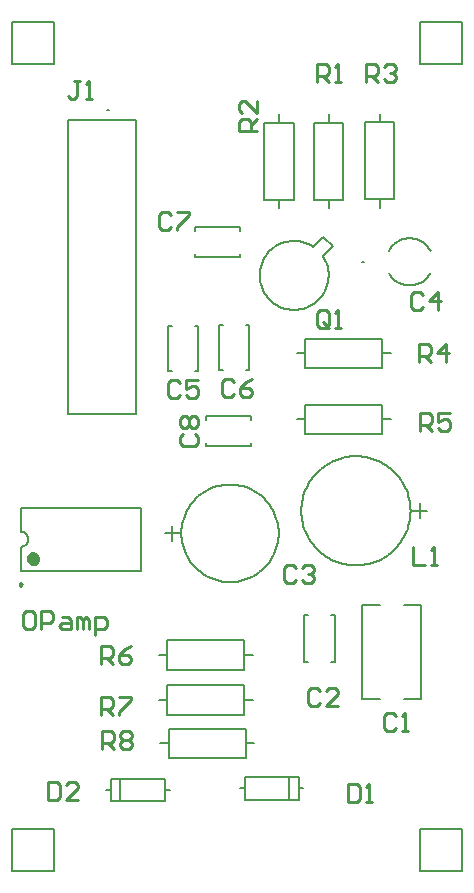
<source format=gto>
G04*
G04 #@! TF.GenerationSoftware,Altium Limited,Altium Designer,24.9.1 (31)*
G04*
G04 Layer_Color=65535*
%FSLAX44Y44*%
%MOMM*%
G71*
G04*
G04 #@! TF.SameCoordinates,615AE811-4124-4B85-86CB-A8D5F2F7F980*
G04*
G04*
G04 #@! TF.FilePolarity,Positive*
G04*
G01*
G75*
%ADD10C,0.1270*%
%ADD11C,0.2000*%
%ADD12C,0.1524*%
%ADD13C,0.2500*%
%ADD14C,0.6000*%
%ADD15C,0.2540*%
D10*
X331430Y515430D02*
X332750Y513207D01*
X334346Y511173D01*
X336191Y509362D01*
X338254Y507804D01*
X340501Y506525D01*
X342894Y505547D01*
X345394Y504886D01*
X347957Y504552D01*
X350543D01*
X353106Y504886D01*
X355606Y505547D01*
X357999Y506525D01*
X360246Y507804D01*
X362309Y509362D01*
X364154Y511173D01*
X365750Y513207D01*
X367070Y515430D01*
Y533590D02*
X365750Y535813D01*
X364154Y537847D01*
X362309Y539658D01*
X360246Y541216D01*
X357999Y542495D01*
X355606Y543473D01*
X353106Y544134D01*
X350543Y544468D01*
X347957D01*
X345394Y544134D01*
X342894Y543473D01*
X340501Y542495D01*
X338254Y541216D01*
X336191Y539658D01*
X334346Y537847D01*
X332750Y535813D01*
X331430Y533590D01*
X167640Y550810D02*
Y553720D01*
Y528320D02*
Y531230D01*
X205740Y550810D02*
Y553720D01*
Y528320D02*
Y531230D01*
X167640Y528320D02*
X205740D01*
X167640Y553720D02*
X205740D01*
X167270Y469900D02*
X170180D01*
X144780D02*
X147690D01*
X167270Y431800D02*
X170180D01*
X144780D02*
X147690D01*
X144780D02*
Y469900D01*
X170180Y431800D02*
Y469900D01*
X214630Y368300D02*
Y371210D01*
Y390790D02*
Y393700D01*
X176530Y368300D02*
Y371210D01*
Y390790D02*
Y393700D01*
X214630D01*
X176530Y368300D02*
X214630D01*
X187960Y433070D02*
X190870D01*
X210450D02*
X213360D01*
X187960Y471170D02*
X190870D01*
X210450D02*
X213360D01*
Y433070D02*
Y471170D01*
X187960Y433070D02*
Y471170D01*
X59980Y395800D02*
X117480D01*
Y644800D01*
X59980D02*
X117480D01*
X59980Y395800D02*
Y644800D01*
D11*
X310870Y524510D02*
X308870D01*
X310870D01*
X267574Y537431D02*
X265410Y538732D01*
X263143Y539841D01*
X260788Y540750D01*
X258364Y541452D01*
X255888Y541942D01*
X253379Y542217D01*
X250855Y542274D01*
X248336Y542113D01*
X245841Y541734D01*
X243387Y541142D01*
X240994Y540340D01*
X238679Y539334D01*
X236459Y538132D01*
X234352Y536743D01*
X232372Y535177D01*
X230535Y533446D01*
X228854Y531563D01*
X227343Y529542D01*
X226011Y527397D01*
X224870Y525146D01*
X223927Y522805D01*
X223190Y520391D01*
X222664Y517922D01*
X222354Y515417D01*
X222261Y512895D01*
X222386Y510374D01*
X222728Y507873D01*
X223285Y505411D01*
X224053Y503007D01*
X225025Y500677D01*
X226195Y498441D01*
X227554Y496313D01*
X229091Y494311D01*
X230795Y492450D01*
X232654Y490742D01*
X234653Y489202D01*
X236778Y487839D01*
X239013Y486666D01*
X241341Y485690D01*
X243744Y484918D01*
X246205Y484357D01*
X248705Y484010D01*
X251226Y483881D01*
X253748Y483970D01*
X256254Y484276D01*
X258723Y484798D01*
X261139Y485531D01*
X263482Y486469D01*
X265735Y487607D01*
X267881Y488935D01*
X269905Y490443D01*
X271791Y492121D01*
X273525Y493955D01*
X275094Y495932D01*
X276487Y498037D01*
X277693Y500255D01*
X278702Y502568D01*
X279508Y504960D01*
X280105Y507413D01*
X280487Y509908D01*
X280653Y512426D01*
X280600Y514950D01*
X280330Y517459D01*
X279844Y519936D01*
X279146Y522362D01*
X278241Y524718D01*
X277135Y526987D01*
X275838Y529153D01*
X94980Y652800D02*
X92980D01*
X94980D01*
X20120Y283210D02*
X22550Y283693D01*
X24610Y285070D01*
X25987Y287130D01*
X26470Y289560D01*
X25987Y291990D01*
X24610Y294050D01*
X22550Y295427D01*
X20120Y295910D01*
X358420Y24920D02*
Y44170D01*
X393420D01*
Y9170D02*
Y44170D01*
X358420Y9170D02*
X393420D01*
X358420D02*
Y27170D01*
X12980Y708180D02*
Y727430D01*
X47980D01*
Y692430D02*
Y727430D01*
X12980Y692430D02*
X47980D01*
X12980D02*
Y710430D01*
X358420Y708180D02*
Y727430D01*
X393420D01*
Y692430D02*
Y727430D01*
X358420Y692430D02*
X393420D01*
X358420D02*
Y710430D01*
X12980Y24920D02*
Y44170D01*
X47980D01*
Y9170D02*
Y44170D01*
X12980Y9170D02*
X47980D01*
X12980D02*
Y27170D01*
X142180Y77470D02*
X146180D01*
X92580D02*
X96580D01*
X104380Y68920D02*
Y86020D01*
X96580Y67920D02*
Y87020D01*
Y67920D02*
X142180D01*
Y87020D01*
X96580D02*
X142180D01*
X205610Y78740D02*
X209610D01*
X255210D02*
X259210D01*
X247410Y70190D02*
Y87290D01*
X255210Y69190D02*
Y88290D01*
X209610D02*
X255210D01*
X209610Y69190D02*
Y88290D01*
Y69190D02*
X255210D01*
X210300Y116840D02*
X217550D01*
X138050D02*
X145300D01*
Y104340D02*
Y129340D01*
Y104340D02*
X210300D01*
Y129340D01*
X145300D02*
X210300D01*
X136780Y191770D02*
X144030D01*
X209030D02*
X216280D01*
X209030Y179270D02*
Y204270D01*
X144030D02*
X209030D01*
X144030Y179270D02*
Y204270D01*
Y179270D02*
X209030D01*
Y153670D02*
X216280D01*
X136780D02*
X144030D01*
Y141170D02*
Y166170D01*
Y141170D02*
X209030D01*
Y166170D01*
X144030D02*
X209030D01*
X325870Y391160D02*
X333120D01*
X253620D02*
X260870D01*
Y378660D02*
Y403660D01*
Y378660D02*
X325870D01*
Y403660D01*
X260870D02*
X325870D01*
X280670Y642100D02*
Y649350D01*
Y569850D02*
Y577100D01*
X268170D02*
X293170D01*
Y642100D01*
X268170D02*
X293170D01*
X268170Y577100D02*
Y642100D01*
X344260Y234310D02*
X359010D01*
X309010D02*
X323760D01*
X309010Y154310D02*
Y234310D01*
X344260Y154310D02*
X359010D01*
X309010D02*
X323760D01*
X359010D02*
Y234310D01*
X282800Y225740D02*
X286050D01*
X260050D02*
X263300D01*
X260050Y185740D02*
Y225740D01*
X282800Y185740D02*
X286050D01*
X260050D02*
X263300D01*
X286050D02*
Y225740D01*
X267565Y537426D02*
X276121Y545982D01*
X284394Y537709D01*
X275838Y529153D02*
X284394Y537709D01*
X323850Y570320D02*
Y577570D01*
Y642570D02*
Y649820D01*
X311350Y642570D02*
X336350D01*
X311350Y577570D02*
Y642570D01*
Y577570D02*
X336350D01*
Y642570D01*
X20120Y263060D02*
X122120D01*
X20120Y316060D02*
X122120D01*
X20120Y263060D02*
Y283210D01*
Y295910D02*
Y316060D01*
X122120Y263060D02*
Y316060D01*
X325870Y447040D02*
X333120D01*
X253620D02*
X260870D01*
Y434540D02*
Y459540D01*
Y434540D02*
X325870D01*
Y459540D01*
X260870D02*
X325870D01*
X238760Y569850D02*
Y577100D01*
Y642100D02*
Y649350D01*
X226260Y642100D02*
X251260D01*
X226260Y577100D02*
Y642100D01*
Y577100D02*
X251260D01*
Y642100D01*
D12*
X238405Y294640D02*
X238327Y297181D01*
X238092Y299712D01*
X237702Y302224D01*
X237158Y304708D01*
X236463Y307153D01*
X235618Y309550D01*
X234627Y311891D01*
X233494Y314167D01*
X232223Y316369D01*
X230819Y318488D01*
X229287Y320516D01*
X227633Y322447D01*
X225863Y324272D01*
X223984Y325984D01*
X222004Y327578D01*
X219929Y329047D01*
X217768Y330385D01*
X215528Y331588D01*
X213218Y332650D01*
X210848Y333569D01*
X208425Y334339D01*
X205960Y334959D01*
X203461Y335426D01*
X200938Y335739D01*
X198401Y335895D01*
X195859D01*
X193322Y335739D01*
X190799Y335426D01*
X188300Y334959D01*
X185835Y334339D01*
X183412Y333569D01*
X181042Y332650D01*
X178732Y331588D01*
X176493Y330385D01*
X174331Y329047D01*
X172256Y327578D01*
X170276Y325984D01*
X168397Y324272D01*
X166627Y322447D01*
X164974Y320516D01*
X163442Y318488D01*
X162037Y316369D01*
X160766Y314167D01*
X159633Y311891D01*
X158642Y309550D01*
X157797Y307153D01*
X157102Y304708D01*
X156558Y302224D01*
X156168Y299712D01*
X155933Y297181D01*
X155855Y294640D01*
X155933Y292099D01*
X156168Y289568D01*
X156558Y287056D01*
X157102Y284572D01*
X157797Y282127D01*
X158642Y279730D01*
X159633Y277389D01*
X160766Y275113D01*
X162037Y272911D01*
X163442Y270792D01*
X164974Y268764D01*
X166628Y266833D01*
X168397Y265008D01*
X170276Y263295D01*
X172256Y261702D01*
X174331Y260233D01*
X176493Y258895D01*
X178732Y257692D01*
X181042Y256630D01*
X183412Y255711D01*
X185835Y254941D01*
X188300Y254321D01*
X190799Y253853D01*
X193322Y253541D01*
X195859Y253385D01*
X198401Y253385D01*
X200939Y253541D01*
X203461Y253853D01*
X205960Y254321D01*
X208426Y254941D01*
X210848Y255711D01*
X213219Y256630D01*
X215528Y257692D01*
X217768Y258895D01*
X219929Y260233D01*
X222004Y261702D01*
X223985Y263296D01*
X225863Y265008D01*
X227633Y266833D01*
X229287Y268764D01*
X230819Y270793D01*
X232223Y272912D01*
X233494Y275113D01*
X234627Y277389D01*
X235618Y279730D01*
X236463Y282128D01*
X237159Y284573D01*
X237702Y287056D01*
X238092Y289568D01*
X238327Y292099D01*
X238405Y294640D01*
X350012Y313690D02*
X349942Y316237D01*
X349731Y318776D01*
X349381Y321299D01*
X348893Y323799D01*
X348268Y326269D01*
X347507Y328700D01*
X346614Y331086D01*
X345591Y333419D01*
X344440Y335692D01*
X343167Y337898D01*
X341773Y340031D01*
X340264Y342084D01*
X338645Y344050D01*
X336919Y345925D01*
X335093Y347701D01*
X333172Y349374D01*
X331162Y350939D01*
X329068Y352391D01*
X326898Y353725D01*
X324658Y354937D01*
X322354Y356024D01*
X319993Y356983D01*
X317584Y357810D01*
X315132Y358503D01*
X312646Y359061D01*
X310134Y359480D01*
X307602Y359760D01*
X305058Y359900D01*
X302510D01*
X299967Y359760D01*
X297434Y359480D01*
X294922Y359061D01*
X292436Y358503D01*
X289984Y357810D01*
X287575Y356983D01*
X285214Y356024D01*
X282910Y354937D01*
X280670Y353725D01*
X278500Y352391D01*
X276406Y350939D01*
X274396Y349374D01*
X272475Y347701D01*
X270648Y345925D01*
X268923Y344050D01*
X267304Y342084D01*
X265795Y340031D01*
X264401Y337898D01*
X263128Y335692D01*
X261977Y333419D01*
X260954Y331086D01*
X260061Y328700D01*
X259300Y326269D01*
X258675Y323799D01*
X258186Y321299D01*
X257837Y318775D01*
X257626Y316236D01*
X257556Y313690D01*
X257626Y311143D01*
X257837Y308604D01*
X258186Y306081D01*
X258675Y303581D01*
X259300Y301111D01*
X260061Y298680D01*
X260954Y296294D01*
X261977Y293961D01*
X263128Y291688D01*
X264401Y289482D01*
X265795Y287349D01*
X267304Y285296D01*
X268923Y283330D01*
X270649Y281455D01*
X272475Y279679D01*
X274396Y278006D01*
X276406Y276441D01*
X278500Y274989D01*
X280670Y273655D01*
X282911Y272443D01*
X285215Y271356D01*
X287575Y270397D01*
X289984Y269570D01*
X292436Y268876D01*
X294922Y268319D01*
X297435Y267900D01*
X299967Y267620D01*
X302510Y267480D01*
X305058D01*
X307602Y267620D01*
X310134Y267900D01*
X312647Y268319D01*
X315133Y268877D01*
X317584Y269570D01*
X319993Y270397D01*
X322354Y271356D01*
X324658Y272443D01*
X326898Y273655D01*
X329068Y274990D01*
X331162Y276441D01*
X333172Y278006D01*
X335093Y279679D01*
X336920Y281455D01*
X338645Y283330D01*
X340265Y285296D01*
X341773Y287349D01*
X343167Y289482D01*
X344440Y291688D01*
X345591Y293961D01*
X346614Y296294D01*
X347507Y298680D01*
X348268Y301111D01*
X348893Y303581D01*
X349381Y306081D01*
X349731Y308605D01*
X349942Y311144D01*
X350012Y313690D01*
X148235Y288290D02*
Y300990D01*
X141885Y294640D02*
X154585D01*
X357632Y307340D02*
Y320040D01*
X351282Y313690D02*
X363982D01*
D13*
X21270Y251460D02*
X19395Y252542D01*
Y250378D01*
X21270Y251460D01*
D14*
X33120Y273060D02*
X31990Y275406D01*
X29452Y275985D01*
X27417Y274362D01*
Y271758D01*
X29452Y270135D01*
X31990Y270714D01*
X33120Y273060D01*
D15*
X69847Y677667D02*
X64768D01*
X67308D01*
Y664971D01*
X64768Y662432D01*
X62229D01*
X59690Y664971D01*
X74925Y662432D02*
X80003D01*
X77464D01*
Y677667D01*
X74925Y675128D01*
X88904Y111763D02*
Y126997D01*
X96522D01*
X99061Y124458D01*
Y119380D01*
X96522Y116841D01*
X88904D01*
X93982D02*
X99061Y111763D01*
X104139Y124458D02*
X106678Y126997D01*
X111757D01*
X114296Y124458D01*
Y121919D01*
X111757Y119380D01*
X114296Y116841D01*
Y114302D01*
X111757Y111763D01*
X106678D01*
X104139Y114302D01*
Y116841D01*
X106678Y119380D01*
X104139Y121919D01*
Y124458D01*
X106678Y119380D02*
X111757D01*
X87634Y140972D02*
Y156208D01*
X95252D01*
X97791Y153668D01*
Y148590D01*
X95252Y146051D01*
X87634D01*
X92712D02*
X97791Y140972D01*
X102869Y156208D02*
X113026D01*
Y153668D01*
X102869Y143512D01*
Y140972D01*
X87634Y184153D02*
Y199387D01*
X95252D01*
X97791Y196848D01*
Y191770D01*
X95252Y189231D01*
X87634D01*
X92712D02*
X97791Y184153D01*
X113026Y199387D02*
X107948Y196848D01*
X102869Y191770D01*
Y186692D01*
X105408Y184153D01*
X110487D01*
X113026Y186692D01*
Y189231D01*
X110487Y191770D01*
X102869D01*
X358144Y381003D02*
Y396237D01*
X365762D01*
X368301Y393698D01*
Y388620D01*
X365762Y386081D01*
X358144D01*
X363223D02*
X368301Y381003D01*
X383536Y396237D02*
X373379D01*
Y388620D01*
X378457Y391159D01*
X380997D01*
X383536Y388620D01*
Y383542D01*
X380997Y381003D01*
X375918D01*
X373379Y383542D01*
X356874Y439422D02*
Y454658D01*
X364492D01*
X367031Y452118D01*
Y447040D01*
X364492Y444501D01*
X356874D01*
X361953D02*
X367031Y439422D01*
X379727D02*
Y454658D01*
X372109Y447040D01*
X382266D01*
X312424Y676913D02*
Y692148D01*
X320042D01*
X322581Y689608D01*
Y684530D01*
X320042Y681991D01*
X312424D01*
X317502D02*
X322581Y676913D01*
X327659Y689608D02*
X330198Y692148D01*
X335277D01*
X337816Y689608D01*
Y687069D01*
X335277Y684530D01*
X332738D01*
X335277D01*
X337816Y681991D01*
Y679452D01*
X335277Y676913D01*
X330198D01*
X327659Y679452D01*
X219708Y635004D02*
X204473D01*
Y642622D01*
X207012Y645161D01*
X212090D01*
X214629Y642622D01*
Y635004D01*
Y640082D02*
X219708Y645161D01*
Y660396D02*
Y650239D01*
X209551Y660396D01*
X207012D01*
X204473Y657857D01*
Y652778D01*
X207012Y650239D01*
X270513Y676913D02*
Y692148D01*
X278131D01*
X280670Y689608D01*
Y684530D01*
X278131Y681991D01*
X270513D01*
X275592D02*
X280670Y676913D01*
X285748D02*
X290827D01*
X288288D01*
Y692148D01*
X285748Y689608D01*
X280670Y471172D02*
Y481328D01*
X278131Y483867D01*
X273053D01*
X270513Y481328D01*
Y471172D01*
X273053Y468633D01*
X278131D01*
X275592Y473711D02*
X280670Y468633D01*
X278131D02*
X280670Y471172D01*
X285748Y468633D02*
X290827D01*
X288288D01*
Y483867D01*
X285748Y481328D01*
X29219Y228597D02*
X24141D01*
X21602Y226057D01*
Y215901D01*
X24141Y213362D01*
X29219D01*
X31758Y215901D01*
Y226057D01*
X29219Y228597D01*
X36837Y213362D02*
Y228597D01*
X44454D01*
X46993Y226057D01*
Y220979D01*
X44454Y218440D01*
X36837D01*
X54611Y223518D02*
X59689D01*
X62228Y220979D01*
Y213362D01*
X54611D01*
X52072Y215901D01*
X54611Y218440D01*
X62228D01*
X67307Y213362D02*
Y223518D01*
X69846D01*
X72385Y220979D01*
Y213362D01*
Y220979D01*
X74924Y223518D01*
X77463Y220979D01*
Y213362D01*
X82542Y208283D02*
Y223518D01*
X90159D01*
X92698Y220979D01*
Y215901D01*
X90159Y213362D01*
X82542D01*
X351793Y283207D02*
Y267973D01*
X361950D01*
X367028D02*
X372107D01*
X369568D01*
Y283207D01*
X367028Y280668D01*
X43184Y83818D02*
Y68583D01*
X50802D01*
X53341Y71122D01*
Y81278D01*
X50802Y83818D01*
X43184D01*
X68576Y68583D02*
X58419D01*
X68576Y78739D01*
Y81278D01*
X66037Y83818D01*
X60958D01*
X58419Y81278D01*
X297183Y82548D02*
Y67312D01*
X304801D01*
X307340Y69852D01*
Y80008D01*
X304801Y82548D01*
X297183D01*
X312418Y67312D02*
X317497D01*
X314958D01*
Y82548D01*
X312418Y80008D01*
X157482Y378461D02*
X154943Y375922D01*
Y370843D01*
X157482Y368304D01*
X167638D01*
X170177Y370843D01*
Y375922D01*
X167638Y378461D01*
X157482Y383539D02*
X154943Y386078D01*
Y391157D01*
X157482Y393696D01*
X160021D01*
X162560Y391157D01*
X165099Y393696D01*
X167638D01*
X170177Y391157D01*
Y386078D01*
X167638Y383539D01*
X165099D01*
X162560Y386078D01*
X160021Y383539D01*
X157482D01*
X162560Y386078D02*
Y391157D01*
X147321Y563878D02*
X144782Y566418D01*
X139703D01*
X137164Y563878D01*
Y553722D01*
X139703Y551183D01*
X144782D01*
X147321Y553722D01*
X152399Y566418D02*
X162556D01*
Y563878D01*
X152399Y553722D01*
Y551183D01*
X200661Y422908D02*
X198122Y425448D01*
X193043D01*
X190504Y422908D01*
Y412752D01*
X193043Y410213D01*
X198122D01*
X200661Y412752D01*
X215896Y425448D02*
X210818Y422908D01*
X205739Y417830D01*
Y412752D01*
X208278Y410213D01*
X213357D01*
X215896Y412752D01*
Y415291D01*
X213357Y417830D01*
X205739D01*
X154941Y421638D02*
X152402Y424178D01*
X147323D01*
X144784Y421638D01*
Y411482D01*
X147323Y408942D01*
X152402D01*
X154941Y411482D01*
X170176Y424178D02*
X160019D01*
Y416560D01*
X165098Y419099D01*
X167637D01*
X170176Y416560D01*
Y411482D01*
X167637Y408942D01*
X162558D01*
X160019Y411482D01*
X360681Y496568D02*
X358142Y499108D01*
X353063D01*
X350524Y496568D01*
Y486412D01*
X353063Y483872D01*
X358142D01*
X360681Y486412D01*
X373377Y483872D02*
Y499108D01*
X365759Y491490D01*
X375916D01*
X252731Y265428D02*
X250192Y267967D01*
X245113D01*
X242574Y265428D01*
Y255272D01*
X245113Y252733D01*
X250192D01*
X252731Y255272D01*
X257809Y265428D02*
X260348Y267967D01*
X265427D01*
X267966Y265428D01*
Y262889D01*
X265427Y260350D01*
X262887D01*
X265427D01*
X267966Y257811D01*
Y255272D01*
X265427Y252733D01*
X260348D01*
X257809Y255272D01*
X273051Y161288D02*
X270512Y163827D01*
X265433D01*
X262894Y161288D01*
Y151132D01*
X265433Y148593D01*
X270512D01*
X273051Y151132D01*
X288286Y148593D02*
X278129D01*
X288286Y158749D01*
Y161288D01*
X285747Y163827D01*
X280668D01*
X278129Y161288D01*
X337820Y139698D02*
X335281Y142238D01*
X330202D01*
X327663Y139698D01*
Y129542D01*
X330202Y127002D01*
X335281D01*
X337820Y129542D01*
X342898Y127002D02*
X347977D01*
X345438D01*
Y142238D01*
X342898Y139698D01*
M02*

</source>
